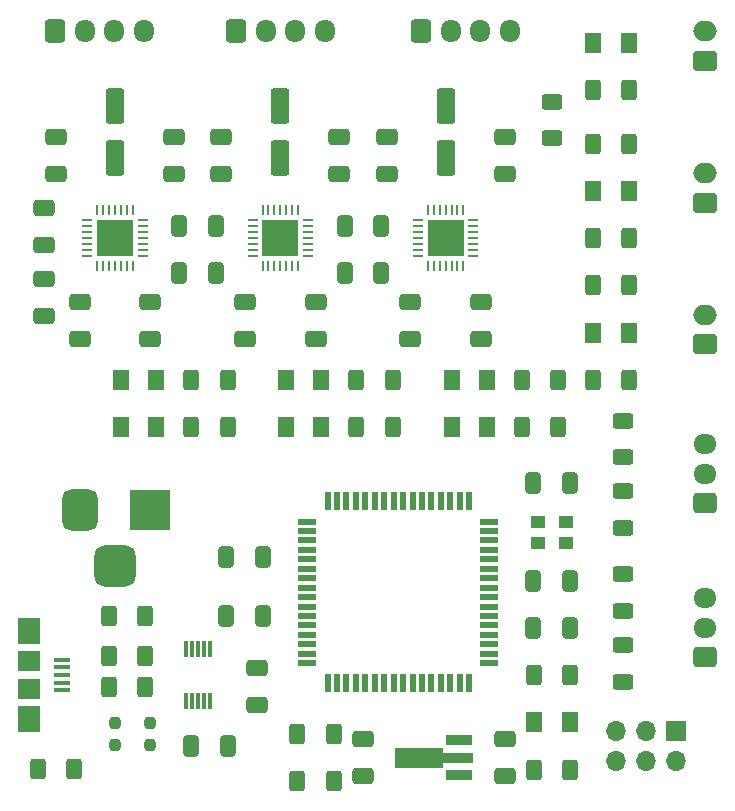
<source format=gts>
%TF.GenerationSoftware,KiCad,Pcbnew,(6.0.4)*%
%TF.CreationDate,2022-04-15T10:09:54+02:00*%
%TF.ProjectId,coaster,636f6173-7465-4722-9e6b-696361645f70,rev?*%
%TF.SameCoordinates,Original*%
%TF.FileFunction,Soldermask,Top*%
%TF.FilePolarity,Negative*%
%FSLAX46Y46*%
G04 Gerber Fmt 4.6, Leading zero omitted, Abs format (unit mm)*
G04 Created by KiCad (PCBNEW (6.0.4)) date 2022-04-15 10:09:54*
%MOMM*%
%LPD*%
G01*
G04 APERTURE LIST*
G04 Aperture macros list*
%AMRoundRect*
0 Rectangle with rounded corners*
0 $1 Rounding radius*
0 $2 $3 $4 $5 $6 $7 $8 $9 X,Y pos of 4 corners*
0 Add a 4 corners polygon primitive as box body*
4,1,4,$2,$3,$4,$5,$6,$7,$8,$9,$2,$3,0*
0 Add four circle primitives for the rounded corners*
1,1,$1+$1,$2,$3*
1,1,$1+$1,$4,$5*
1,1,$1+$1,$6,$7*
1,1,$1+$1,$8,$9*
0 Add four rect primitives between the rounded corners*
20,1,$1+$1,$2,$3,$4,$5,0*
20,1,$1+$1,$4,$5,$6,$7,0*
20,1,$1+$1,$6,$7,$8,$9,0*
20,1,$1+$1,$8,$9,$2,$3,0*%
%AMFreePoly0*
4,1,9,5.362500,-0.866500,1.237500,-0.866500,1.237500,-0.450000,-1.237500,-0.450000,-1.237500,0.450000,1.237500,0.450000,1.237500,0.866500,5.362500,0.866500,5.362500,-0.866500,5.362500,-0.866500,$1*%
G04 Aperture macros list end*
%ADD10RoundRect,0.250000X0.625000X-0.400000X0.625000X0.400000X-0.625000X0.400000X-0.625000X-0.400000X0*%
%ADD11RoundRect,0.250000X-0.650000X0.412500X-0.650000X-0.412500X0.650000X-0.412500X0.650000X0.412500X0*%
%ADD12RoundRect,0.250000X-0.412500X-0.650000X0.412500X-0.650000X0.412500X0.650000X-0.412500X0.650000X0*%
%ADD13RoundRect,0.250000X-0.400000X-0.625000X0.400000X-0.625000X0.400000X0.625000X-0.400000X0.625000X0*%
%ADD14RoundRect,0.250000X0.550000X-1.250000X0.550000X1.250000X-0.550000X1.250000X-0.550000X-1.250000X0*%
%ADD15RoundRect,0.250000X-0.600000X-0.725000X0.600000X-0.725000X0.600000X0.725000X-0.600000X0.725000X0*%
%ADD16O,1.700000X1.950000*%
%ADD17RoundRect,0.250000X0.412500X0.650000X-0.412500X0.650000X-0.412500X-0.650000X0.412500X-0.650000X0*%
%ADD18RoundRect,0.250000X0.400000X0.625000X-0.400000X0.625000X-0.400000X-0.625000X0.400000X-0.625000X0*%
%ADD19R,3.500000X3.500000*%
%ADD20RoundRect,0.750000X-0.750000X-1.000000X0.750000X-1.000000X0.750000X1.000000X-0.750000X1.000000X0*%
%ADD21RoundRect,0.875000X-0.875000X-0.875000X0.875000X-0.875000X0.875000X0.875000X-0.875000X0.875000X0*%
%ADD22R,3.098800X3.098800*%
%ADD23R,0.254800X0.909599*%
%ADD24R,0.909599X0.254800*%
%ADD25R,1.700000X1.700000*%
%ADD26O,1.700000X1.700000*%
%ADD27RoundRect,0.250000X0.650000X-0.412500X0.650000X0.412500X-0.650000X0.412500X-0.650000X-0.412500X0*%
%ADD28R,1.300000X1.100000*%
%ADD29RoundRect,0.250001X0.462499X0.624999X-0.462499X0.624999X-0.462499X-0.624999X0.462499X-0.624999X0*%
%ADD30RoundRect,0.250001X-0.462499X-0.624999X0.462499X-0.624999X0.462499X0.624999X-0.462499X0.624999X0*%
%ADD31R,1.500000X0.550000*%
%ADD32R,0.550000X1.500000*%
%ADD33R,0.300000X1.400000*%
%ADD34RoundRect,0.250000X0.750000X-0.600000X0.750000X0.600000X-0.750000X0.600000X-0.750000X-0.600000X0*%
%ADD35O,2.000000X1.700000*%
%ADD36RoundRect,0.237500X-0.237500X0.250000X-0.237500X-0.250000X0.237500X-0.250000X0.237500X0.250000X0*%
%ADD37R,2.300000X0.900000*%
%ADD38FreePoly0,180.000000*%
%ADD39RoundRect,0.250000X0.725000X-0.600000X0.725000X0.600000X-0.725000X0.600000X-0.725000X-0.600000X0*%
%ADD40O,1.950000X1.700000*%
%ADD41R,1.900000X1.800000*%
%ADD42R,1.900000X2.300000*%
%ADD43R,1.400000X0.400000*%
%ADD44RoundRect,0.250000X-0.625000X0.400000X-0.625000X-0.400000X0.625000X-0.400000X0.625000X0.400000X0*%
G04 APERTURE END LIST*
D10*
%TO.C,R20*%
X159000000Y-77550000D03*
X159000000Y-74450000D03*
%TD*%
D11*
%TO.C,C1*%
X147000000Y-64437500D03*
X147000000Y-67562500D03*
%TD*%
%TO.C,C20*%
X127000000Y-64437500D03*
X127000000Y-67562500D03*
%TD*%
%TO.C,C29*%
X128000000Y-98562500D03*
X128000000Y-95437500D03*
%TD*%
D12*
%TO.C,C26*%
X128562500Y-91000000D03*
X125437500Y-91000000D03*
%TD*%
D13*
%TO.C,R5*%
X122450000Y-71000000D03*
X125550000Y-71000000D03*
%TD*%
D14*
%TO.C,C5*%
X130000000Y-52200000D03*
X130000000Y-47800000D03*
%TD*%
D11*
%TO.C,C11*%
X110000000Y-62437500D03*
X110000000Y-65562500D03*
%TD*%
D15*
%TO.C,J8*%
X110950000Y-41475000D03*
D16*
X113450000Y-41475000D03*
X115950000Y-41475000D03*
X118450000Y-41475000D03*
%TD*%
D17*
%TO.C,C25*%
X154562500Y-88000000D03*
X151437500Y-88000000D03*
%TD*%
D18*
%TO.C,FB1*%
X115460000Y-90980000D03*
X118560000Y-90980000D03*
%TD*%
D19*
%TO.C,J11*%
X119000000Y-82042500D03*
D20*
X113000000Y-82042500D03*
D21*
X116000000Y-86742500D03*
%TD*%
D12*
%TO.C,C24*%
X151437500Y-79700000D03*
X154562500Y-79700000D03*
%TD*%
D11*
%TO.C,C21*%
X113000000Y-64437500D03*
X113000000Y-67562500D03*
%TD*%
D22*
%TO.C,U3*%
X116000000Y-59000000D03*
D23*
X114500000Y-56652900D03*
X114999999Y-56652900D03*
X115500001Y-56652900D03*
X116000000Y-56652900D03*
X116499999Y-56652900D03*
X117000001Y-56652900D03*
X117500000Y-56652900D03*
D24*
X118347100Y-57500000D03*
X118347100Y-57999999D03*
X118347100Y-58500001D03*
X118347100Y-59000000D03*
X118347100Y-59499999D03*
X118347100Y-60000001D03*
X118347100Y-60500000D03*
D23*
X117500000Y-61347100D03*
X117000001Y-61347100D03*
X116499999Y-61347100D03*
X116000000Y-61347100D03*
X115500001Y-61347100D03*
X114999999Y-61347100D03*
X114500000Y-61347100D03*
D24*
X113652900Y-60500000D03*
X113652900Y-60000001D03*
X113652900Y-59499999D03*
X113652900Y-59000000D03*
X113652900Y-58500001D03*
X113652900Y-57999999D03*
X113652900Y-57500000D03*
%TD*%
D25*
%TO.C,J1*%
X163525000Y-100725000D03*
D26*
X163525000Y-103265000D03*
X160985000Y-100725000D03*
X160985000Y-103265000D03*
X158445000Y-100725000D03*
X158445000Y-103265000D03*
%TD*%
D27*
%TO.C,C22*%
X149000000Y-104562500D03*
X149000000Y-101437500D03*
%TD*%
D11*
%TO.C,C3*%
X119000000Y-64437500D03*
X119000000Y-67562500D03*
%TD*%
D28*
%TO.C,Y1*%
X154150000Y-83000000D03*
X151850000Y-83000000D03*
X151850000Y-84800000D03*
X154150000Y-84800000D03*
%TD*%
D24*
%TO.C,U2*%
X127652900Y-57500000D03*
X127652900Y-57999999D03*
X127652900Y-58500001D03*
X127652900Y-59000000D03*
X127652900Y-59499999D03*
X127652900Y-60000001D03*
X127652900Y-60500000D03*
D23*
X128500000Y-61347100D03*
X128999999Y-61347100D03*
X129500001Y-61347100D03*
X130000000Y-61347100D03*
X130499999Y-61347100D03*
X131000001Y-61347100D03*
X131500000Y-61347100D03*
D24*
X132347100Y-60500000D03*
X132347100Y-60000001D03*
X132347100Y-59499999D03*
X132347100Y-59000000D03*
X132347100Y-58500001D03*
X132347100Y-57999999D03*
X132347100Y-57500000D03*
D23*
X131500000Y-56652900D03*
X131000001Y-56652900D03*
X130499999Y-56652900D03*
X130000000Y-56652900D03*
X129500001Y-56652900D03*
X128999999Y-56652900D03*
X128500000Y-56652900D03*
D22*
X130000000Y-59000000D03*
%TD*%
D29*
%TO.C,D6*%
X147487500Y-71000000D03*
X144512500Y-71000000D03*
%TD*%
D13*
%TO.C,FB2*%
X112560000Y-103980000D03*
X109460000Y-103980000D03*
%TD*%
D30*
%TO.C,D8*%
X156512500Y-42487500D03*
X159487500Y-42487500D03*
%TD*%
D12*
%TO.C,C27*%
X128562500Y-86000000D03*
X125437500Y-86000000D03*
%TD*%
D13*
%TO.C,R12*%
X156450000Y-59000000D03*
X159550000Y-59000000D03*
%TD*%
D14*
%TO.C,C6*%
X116000000Y-52200000D03*
X116000000Y-47800000D03*
%TD*%
D17*
%TO.C,C7*%
X138562500Y-62000000D03*
X135437500Y-62000000D03*
%TD*%
D13*
%TO.C,R2*%
X131450000Y-105000000D03*
X134550000Y-105000000D03*
%TD*%
D17*
%TO.C,C9*%
X124562500Y-62000000D03*
X121437500Y-62000000D03*
%TD*%
D18*
%TO.C,R3*%
X154550000Y-96000000D03*
X151450000Y-96000000D03*
%TD*%
D14*
%TO.C,C4*%
X144000000Y-52200000D03*
X144000000Y-47800000D03*
%TD*%
D11*
%TO.C,C2*%
X133000000Y-64437500D03*
X133000000Y-67562500D03*
%TD*%
D27*
%TO.C,C18*%
X110000000Y-59562500D03*
X110000000Y-56437500D03*
%TD*%
D13*
%TO.C,R4*%
X122450000Y-75000000D03*
X125550000Y-75000000D03*
%TD*%
D15*
%TO.C,J9*%
X126250000Y-41475000D03*
D16*
X128750000Y-41475000D03*
X131250000Y-41475000D03*
X133750000Y-41475000D03*
%TD*%
D18*
%TO.C,R15*%
X159550000Y-51000000D03*
X156450000Y-51000000D03*
%TD*%
D13*
%TO.C,R1*%
X131450000Y-101000000D03*
X134550000Y-101000000D03*
%TD*%
D31*
%TO.C,U5*%
X132300000Y-95000000D03*
X132300000Y-94200000D03*
X132300000Y-93400000D03*
X132300000Y-92600000D03*
X132300000Y-91800000D03*
X132300000Y-91000000D03*
X132300000Y-90200000D03*
X132300000Y-89400000D03*
X132300000Y-88600000D03*
X132300000Y-87800000D03*
X132300000Y-87000000D03*
X132300000Y-86200000D03*
X132300000Y-85400000D03*
X132300000Y-84600000D03*
X132300000Y-83800000D03*
X132300000Y-83000000D03*
D32*
X134000000Y-81300000D03*
X134800000Y-81300000D03*
X135600000Y-81300000D03*
X136400000Y-81300000D03*
X137200000Y-81300000D03*
X138000000Y-81300000D03*
X138800000Y-81300000D03*
X139600000Y-81300000D03*
X140400000Y-81300000D03*
X141200000Y-81300000D03*
X142000000Y-81300000D03*
X142800000Y-81300000D03*
X143600000Y-81300000D03*
X144400000Y-81300000D03*
X145200000Y-81300000D03*
X146000000Y-81300000D03*
D31*
X147700000Y-83000000D03*
X147700000Y-83800000D03*
X147700000Y-84600000D03*
X147700000Y-85400000D03*
X147700000Y-86200000D03*
X147700000Y-87000000D03*
X147700000Y-87800000D03*
X147700000Y-88600000D03*
X147700000Y-89400000D03*
X147700000Y-90200000D03*
X147700000Y-91000000D03*
X147700000Y-91800000D03*
X147700000Y-92600000D03*
X147700000Y-93400000D03*
X147700000Y-94200000D03*
X147700000Y-95000000D03*
D32*
X146000000Y-96700000D03*
X145200000Y-96700000D03*
X144400000Y-96700000D03*
X143600000Y-96700000D03*
X142800000Y-96700000D03*
X142000000Y-96700000D03*
X141200000Y-96700000D03*
X140400000Y-96700000D03*
X139600000Y-96700000D03*
X138800000Y-96700000D03*
X138000000Y-96700000D03*
X137200000Y-96700000D03*
X136400000Y-96700000D03*
X135600000Y-96700000D03*
X134800000Y-96700000D03*
X134000000Y-96700000D03*
%TD*%
D11*
%TO.C,C23*%
X137000000Y-101437500D03*
X137000000Y-104562500D03*
%TD*%
D13*
%TO.C,R9*%
X150450000Y-71000000D03*
X153550000Y-71000000D03*
%TD*%
D11*
%TO.C,C19*%
X141000000Y-64437500D03*
X141000000Y-67562500D03*
%TD*%
D12*
%TO.C,C17*%
X121437500Y-58000000D03*
X124562500Y-58000000D03*
%TD*%
D33*
%TO.C,U6*%
X124010000Y-98180000D03*
X123510000Y-98180000D03*
X123010000Y-98180000D03*
X122510000Y-98180000D03*
X122010000Y-98180000D03*
X122010000Y-93780000D03*
X122510000Y-93780000D03*
X123010000Y-93780000D03*
X123510000Y-93780000D03*
X124010000Y-93780000D03*
%TD*%
D13*
%TO.C,R7*%
X136450000Y-71000000D03*
X139550000Y-71000000D03*
%TD*%
D27*
%TO.C,C14*%
X125000000Y-53562500D03*
X125000000Y-50437500D03*
%TD*%
D17*
%TO.C,C28*%
X154562500Y-92000000D03*
X151437500Y-92000000D03*
%TD*%
D34*
%TO.C,J3*%
X166000000Y-44000000D03*
D35*
X166000000Y-41500000D03*
%TD*%
D13*
%TO.C,R8*%
X150450000Y-75000000D03*
X153550000Y-75000000D03*
%TD*%
D34*
%TO.C,J5*%
X166000000Y-68000000D03*
D35*
X166000000Y-65500000D03*
%TD*%
D34*
%TO.C,J4*%
X166000000Y-56000000D03*
D35*
X166000000Y-53500000D03*
%TD*%
D30*
%TO.C,D9*%
X156512500Y-55000000D03*
X159487500Y-55000000D03*
%TD*%
D27*
%TO.C,C13*%
X149000000Y-53562500D03*
X149000000Y-50437500D03*
%TD*%
D29*
%TO.C,D3*%
X133487500Y-75000000D03*
X130512500Y-75000000D03*
%TD*%
D10*
%TO.C,R21*%
X159000000Y-96550000D03*
X159000000Y-93450000D03*
%TD*%
D29*
%TO.C,D4*%
X133487500Y-71000000D03*
X130512500Y-71000000D03*
%TD*%
D13*
%TO.C,R10*%
X151450000Y-104000000D03*
X154550000Y-104000000D03*
%TD*%
%TO.C,R18*%
X118560000Y-94380000D03*
X115460000Y-94380000D03*
%TD*%
D18*
%TO.C,R16*%
X159550000Y-63000000D03*
X156450000Y-63000000D03*
%TD*%
D29*
%TO.C,D1*%
X119487500Y-75000000D03*
X116512500Y-75000000D03*
%TD*%
D36*
%TO.C,RV2*%
X119010000Y-101892500D03*
X119010000Y-100067500D03*
%TD*%
D37*
%TO.C,U4*%
X145150000Y-104500000D03*
D38*
X145062500Y-103000000D03*
D37*
X145150000Y-101500000D03*
%TD*%
D39*
%TO.C,J7*%
X166000000Y-94475000D03*
D40*
X166000000Y-91975000D03*
X166000000Y-89475000D03*
%TD*%
D30*
%TO.C,D7*%
X151512500Y-100000000D03*
X154487500Y-100000000D03*
%TD*%
D29*
%TO.C,D5*%
X147487500Y-75000000D03*
X144512500Y-75000000D03*
%TD*%
D41*
%TO.C,J2*%
X108700000Y-94850000D03*
D42*
X108700000Y-92250000D03*
X108700000Y-99750000D03*
D41*
X108700000Y-97150000D03*
D43*
X111550000Y-97300000D03*
X111550000Y-96650000D03*
X111550000Y-96000000D03*
X111550000Y-95350000D03*
X111550000Y-94700000D03*
%TD*%
D13*
%TO.C,R6*%
X136450000Y-75000000D03*
X139550000Y-75000000D03*
%TD*%
D27*
%TO.C,C10*%
X135000000Y-53562500D03*
X135000000Y-50437500D03*
%TD*%
D13*
%TO.C,R13*%
X156450000Y-71000000D03*
X159550000Y-71000000D03*
%TD*%
D36*
%TO.C,RV1*%
X116010000Y-101892500D03*
X116010000Y-100067500D03*
%TD*%
D27*
%TO.C,C8*%
X139000000Y-53562500D03*
X139000000Y-50437500D03*
%TD*%
%TO.C,C15*%
X111000000Y-53562500D03*
X111000000Y-50437500D03*
%TD*%
D29*
%TO.C,D2*%
X119487500Y-71000000D03*
X116512500Y-71000000D03*
%TD*%
D15*
%TO.C,J10*%
X141950000Y-41475000D03*
D16*
X144450000Y-41475000D03*
X146950000Y-41475000D03*
X149450000Y-41475000D03*
%TD*%
D27*
%TO.C,C12*%
X121000000Y-53562500D03*
X121000000Y-50437500D03*
%TD*%
D17*
%TO.C,C30*%
X122447500Y-101980000D03*
X125572500Y-101980000D03*
%TD*%
D10*
%TO.C,R22*%
X159000000Y-90550000D03*
X159000000Y-87450000D03*
%TD*%
D13*
%TO.C,R11*%
X156450000Y-46487500D03*
X159550000Y-46487500D03*
%TD*%
D39*
%TO.C,J6*%
X166000000Y-81475000D03*
D40*
X166000000Y-78975000D03*
X166000000Y-76475000D03*
%TD*%
D13*
%TO.C,R17*%
X118560000Y-96980000D03*
X115460000Y-96980000D03*
%TD*%
D10*
%TO.C,R19*%
X159000000Y-83550000D03*
X159000000Y-80450000D03*
%TD*%
D24*
%TO.C,U1*%
X141652900Y-57500000D03*
X141652900Y-57999999D03*
X141652900Y-58500001D03*
X141652900Y-59000000D03*
X141652900Y-59499999D03*
X141652900Y-60000001D03*
X141652900Y-60500000D03*
D23*
X142500000Y-61347100D03*
X142999999Y-61347100D03*
X143500001Y-61347100D03*
X144000000Y-61347100D03*
X144499999Y-61347100D03*
X145000001Y-61347100D03*
X145500000Y-61347100D03*
D24*
X146347100Y-60500000D03*
X146347100Y-60000001D03*
X146347100Y-59499999D03*
X146347100Y-59000000D03*
X146347100Y-58500001D03*
X146347100Y-57999999D03*
X146347100Y-57500000D03*
D23*
X145500000Y-56652900D03*
X145000001Y-56652900D03*
X144499999Y-56652900D03*
X144000000Y-56652900D03*
X143500001Y-56652900D03*
X142999999Y-56652900D03*
X142500000Y-56652900D03*
D22*
X144000000Y-59000000D03*
%TD*%
D44*
%TO.C,R14*%
X153000000Y-47450000D03*
X153000000Y-50550000D03*
%TD*%
D12*
%TO.C,C16*%
X135437500Y-58000000D03*
X138562500Y-58000000D03*
%TD*%
D30*
%TO.C,D10*%
X156512500Y-67000000D03*
X159487500Y-67000000D03*
%TD*%
M02*

</source>
